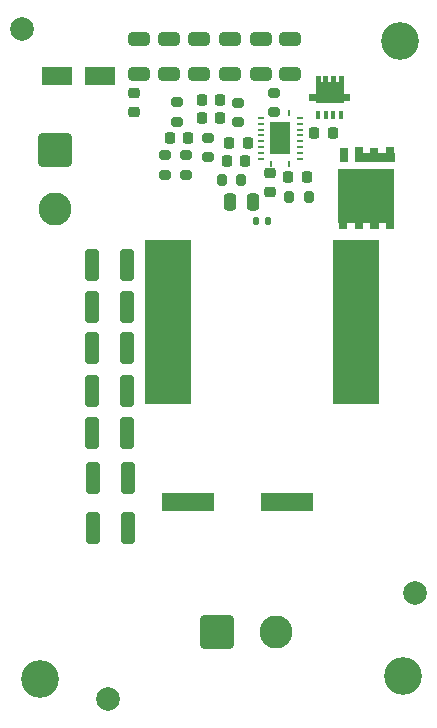
<source format=gbr>
%TF.GenerationSoftware,KiCad,Pcbnew,9.0.6*%
%TF.CreationDate,2026-02-08T18:04:32+01:00*%
%TF.ProjectId,Buck,4275636b-2e6b-4696-9361-645f70636258,B*%
%TF.SameCoordinates,Original*%
%TF.FileFunction,Soldermask,Top*%
%TF.FilePolarity,Negative*%
%FSLAX46Y46*%
G04 Gerber Fmt 4.6, Leading zero omitted, Abs format (unit mm)*
G04 Created by KiCad (PCBNEW 9.0.6) date 2026-02-08 18:04:32*
%MOMM*%
%LPD*%
G01*
G04 APERTURE LIST*
G04 Aperture macros list*
%AMRoundRect*
0 Rectangle with rounded corners*
0 $1 Rounding radius*
0 $2 $3 $4 $5 $6 $7 $8 $9 X,Y pos of 4 corners*
0 Add a 4 corners polygon primitive as box body*
4,1,4,$2,$3,$4,$5,$6,$7,$8,$9,$2,$3,0*
0 Add four circle primitives for the rounded corners*
1,1,$1+$1,$2,$3*
1,1,$1+$1,$4,$5*
1,1,$1+$1,$6,$7*
1,1,$1+$1,$8,$9*
0 Add four rect primitives between the rounded corners*
20,1,$1+$1,$2,$3,$4,$5,0*
20,1,$1+$1,$4,$5,$6,$7,0*
20,1,$1+$1,$6,$7,$8,$9,0*
20,1,$1+$1,$8,$9,$2,$3,0*%
%AMFreePoly0*
4,1,9,0.000001,0.700000,0.000001,0.000000,0.000000,-0.000001,-0.500000,-0.000001,-0.500001,0.000000,-0.500001,0.700000,-0.500000,0.700001,0.000000,0.700001,0.000001,0.700000,0.000001,0.700000,$1*%
%AMFreePoly1*
4,1,9,0.750001,3.365000,0.750001,0.000000,0.750000,-0.000001,0.000000,-0.000001,-0.000001,0.000000,-0.000001,3.365000,0.000000,3.365001,0.750000,3.365001,0.750001,3.365000,0.750001,3.365000,$1*%
%AMFreePoly2*
4,1,9,0.500001,0.000000,0.500001,-0.700000,0.500000,-0.700001,0.000000,-0.700001,-0.000001,-0.700000,-0.000001,0.000000,0.000000,0.000001,0.500000,0.000001,0.500001,0.000000,0.500001,0.000000,$1*%
%AMFreePoly3*
4,1,9,0.000001,0.000000,0.000001,-4.700000,0.000000,-4.700001,-4.534500,-4.700001,-4.534501,-4.700000,-4.534501,0.000000,-4.534500,0.000001,0.000000,0.000001,0.000001,0.000000,0.000001,0.000000,$1*%
G04 Aperture macros list end*
%ADD10C,0.000000*%
%ADD11RoundRect,0.250000X0.650000X-0.325000X0.650000X0.325000X-0.650000X0.325000X-0.650000X-0.325000X0*%
%ADD12RoundRect,0.250001X-1.149999X1.149999X-1.149999X-1.149999X1.149999X-1.149999X1.149999X1.149999X0*%
%ADD13C,2.800000*%
%ADD14C,3.200000*%
%ADD15RoundRect,0.225000X0.225000X0.250000X-0.225000X0.250000X-0.225000X-0.250000X0.225000X-0.250000X0*%
%ADD16C,2.000000*%
%ADD17RoundRect,0.200000X-0.200000X-0.275000X0.200000X-0.275000X0.200000X0.275000X-0.200000X0.275000X0*%
%ADD18RoundRect,0.250000X-0.250000X-0.475000X0.250000X-0.475000X0.250000X0.475000X-0.250000X0.475000X0*%
%ADD19RoundRect,0.225000X-0.225000X-0.250000X0.225000X-0.250000X0.225000X0.250000X-0.225000X0.250000X0*%
%ADD20RoundRect,0.250000X0.325000X1.100000X-0.325000X1.100000X-0.325000X-1.100000X0.325000X-1.100000X0*%
%ADD21RoundRect,0.250000X1.050000X0.550000X-1.050000X0.550000X-1.050000X-0.550000X1.050000X-0.550000X0*%
%ADD22RoundRect,0.225000X0.250000X-0.225000X0.250000X0.225000X-0.250000X0.225000X-0.250000X-0.225000X0*%
%ADD23RoundRect,0.200000X-0.275000X0.200000X-0.275000X-0.200000X0.275000X-0.200000X0.275000X0.200000X0*%
%ADD24R,4.000000X14.000000*%
%ADD25R,0.431800X0.660400*%
%ADD26R,0.300000X0.400000*%
%ADD27RoundRect,0.218750X-0.256250X0.218750X-0.256250X-0.218750X0.256250X-0.218750X0.256250X0.218750X0*%
%ADD28RoundRect,0.250001X-1.149999X-1.149999X1.149999X-1.149999X1.149999X1.149999X-1.149999X1.149999X0*%
%ADD29R,0.249999X0.599999*%
%ADD30R,0.599999X0.249999*%
%ADD31C,0.499999*%
%ADD32R,1.699999X2.700000*%
%ADD33FreePoly0,270.000000*%
%ADD34R,0.650000X1.250000*%
%ADD35FreePoly1,270.000000*%
%ADD36FreePoly2,270.000000*%
%ADD37FreePoly3,270.000000*%
%ADD38RoundRect,0.200000X0.200000X0.275000X-0.200000X0.275000X-0.200000X-0.275000X0.200000X-0.275000X0*%
%ADD39RoundRect,0.135000X-0.135000X-0.185000X0.135000X-0.185000X0.135000X0.185000X-0.135000X0.185000X0*%
%ADD40RoundRect,0.200000X0.275000X-0.200000X0.275000X0.200000X-0.275000X0.200000X-0.275000X-0.200000X0*%
%ADD41R,4.500000X1.650000*%
G04 APERTURE END LIST*
D10*
%TO.C,Q1*%
G36*
X164765901Y-101449800D02*
G01*
X164984100Y-101449800D01*
X164984100Y-100979800D01*
X165415900Y-100979800D01*
X165415900Y-101449800D01*
X165634102Y-101449800D01*
X165634102Y-100979800D01*
X166065902Y-100979800D01*
X166065902Y-101449800D01*
X166284100Y-101449800D01*
X166284100Y-100979800D01*
X166715900Y-100979800D01*
X166715905Y-102529500D01*
X167254905Y-102529500D01*
X167254905Y-103099500D01*
X166715905Y-103099500D01*
X166715905Y-103279500D01*
X164334097Y-103279500D01*
X164334097Y-103099500D01*
X163795097Y-103099500D01*
X163795097Y-102529500D01*
X164334097Y-102529500D01*
X164334102Y-100979800D01*
X164765901Y-100979800D01*
X164765901Y-101449800D01*
G37*
%TD*%
D11*
%TO.C,C7*%
X159700000Y-100775000D03*
X159700000Y-97825000D03*
%TD*%
D12*
%TO.C,J1*%
X142250000Y-107250000D03*
D13*
X142250000Y-112250000D03*
%TD*%
D14*
%TO.C,H3*%
X171500000Y-98000000D03*
%TD*%
D15*
%TO.C,C13*%
X158375000Y-108150000D03*
X156825000Y-108150000D03*
%TD*%
D16*
%TO.C,FID1*%
X139500000Y-97000000D03*
%TD*%
D11*
%TO.C,C3*%
X151900000Y-100775000D03*
X151900000Y-97825000D03*
%TD*%
D14*
%TO.C,H2*%
X141000000Y-152000000D03*
%TD*%
D17*
%TO.C,R6*%
X162100000Y-111200000D03*
X163750000Y-111200000D03*
%TD*%
D16*
%TO.C,FID3*%
X172750000Y-144750000D03*
%TD*%
D18*
%TO.C,C5*%
X157100000Y-111600000D03*
X159000000Y-111600000D03*
%TD*%
D19*
%TO.C,C11*%
X162025000Y-109500000D03*
X163575000Y-109500000D03*
%TD*%
D20*
%TO.C,C23*%
X148450000Y-135000000D03*
X145500000Y-135000000D03*
%TD*%
D19*
%TO.C,C12*%
X164225000Y-105750000D03*
X165775000Y-105750000D03*
%TD*%
D21*
%TO.C,C1*%
X146050000Y-101000000D03*
X142450000Y-101000000D03*
%TD*%
D22*
%TO.C,C10*%
X149000000Y-103975000D03*
X149000000Y-102425000D03*
%TD*%
D23*
%TO.C,R8*%
X151600000Y-107675000D03*
X151600000Y-109325000D03*
%TD*%
D20*
%TO.C,C18*%
X148375000Y-124000000D03*
X145425000Y-124000000D03*
%TD*%
D19*
%TO.C,R20*%
X154725000Y-104500000D03*
X156275000Y-104500000D03*
%TD*%
D24*
%TO.C,L1*%
X167800000Y-121800000D03*
X151800000Y-121800000D03*
%TD*%
D25*
%TO.C,Q1*%
X164550002Y-104250000D03*
X165200000Y-104250000D03*
X165850002Y-104250000D03*
X166500000Y-104250000D03*
D26*
X166500000Y-101180000D03*
X165850002Y-101180000D03*
X165200000Y-101180000D03*
X164550002Y-101180000D03*
%TD*%
D27*
%TO.C,D1*%
X160500000Y-109212500D03*
X160500000Y-110787500D03*
%TD*%
D23*
%TO.C,R4*%
X152600000Y-103175000D03*
X152600000Y-104825000D03*
%TD*%
D11*
%TO.C,C2*%
X149400000Y-100775000D03*
X149400000Y-97825000D03*
%TD*%
D28*
%TO.C,J2*%
X156000000Y-148000000D03*
D13*
X161000000Y-148000000D03*
%TD*%
D29*
%TO.C,U1*%
X160600000Y-104099999D03*
D30*
X159700002Y-104500001D03*
X159700002Y-105000000D03*
X159700002Y-105500002D03*
X159700002Y-106000000D03*
X159700002Y-106500002D03*
X159700002Y-107000001D03*
X159700002Y-107500000D03*
X159700002Y-107999999D03*
D29*
X160600000Y-108400001D03*
X162100002Y-108400001D03*
D31*
X160750002Y-106250000D03*
X161350001Y-105150000D03*
X161350001Y-107350000D03*
X161950000Y-106250000D03*
D30*
X163000000Y-107999999D03*
X163000000Y-107500000D03*
X163000000Y-106999998D03*
X163000000Y-106500000D03*
X163000000Y-105999998D03*
X163000000Y-105499999D03*
X163000000Y-105000000D03*
X163000000Y-104499998D03*
D29*
X162100002Y-104099999D03*
D32*
X161350001Y-106250000D03*
%TD*%
D33*
%TO.C,Q2*%
X170310400Y-107500000D03*
D34*
X170667000Y-107625000D03*
X169295800Y-107625000D03*
D33*
X167645400Y-107500000D03*
D35*
X167645400Y-107500000D03*
D34*
X168000000Y-107625000D03*
X166755800Y-107625000D03*
X166653800Y-113325000D03*
D36*
X167010400Y-113450000D03*
D34*
X168000000Y-113325000D03*
D36*
X168345400Y-113450000D03*
D34*
X169320800Y-113325000D03*
D36*
X169675400Y-113450000D03*
D34*
X170667000Y-113325000D03*
D36*
X171010400Y-113450000D03*
D37*
X171010400Y-113450000D03*
%TD*%
D38*
%TO.C,R5*%
X158025000Y-109750000D03*
X156375000Y-109750000D03*
%TD*%
D39*
%TO.C,R1*%
X159290000Y-113200000D03*
X160310000Y-113200000D03*
%TD*%
D11*
%TO.C,C9*%
X162200000Y-100775000D03*
X162200000Y-97825000D03*
%TD*%
D20*
%TO.C,C19*%
X148350000Y-131200000D03*
X145400000Y-131200000D03*
%TD*%
D23*
%TO.C,R9*%
X153350000Y-107675000D03*
X153350000Y-109325000D03*
%TD*%
D14*
%TO.C,H1*%
X171750000Y-151750000D03*
%TD*%
D20*
%TO.C,C22*%
X148450000Y-139250000D03*
X145500000Y-139250000D03*
%TD*%
D15*
%TO.C,C17*%
X153575000Y-106225000D03*
X152025000Y-106225000D03*
%TD*%
D20*
%TO.C,C16*%
X148375000Y-120500000D03*
X145425000Y-120500000D03*
%TD*%
D19*
%TO.C,C8*%
X154725000Y-103000000D03*
X156275000Y-103000000D03*
%TD*%
D40*
%TO.C,R7*%
X155200000Y-107825000D03*
X155200000Y-106175000D03*
%TD*%
D16*
%TO.C,FID2*%
X146750000Y-153700000D03*
%TD*%
D20*
%TO.C,C20*%
X148350000Y-127600000D03*
X145400000Y-127600000D03*
%TD*%
D11*
%TO.C,C4*%
X154500000Y-100775000D03*
X154500000Y-97825000D03*
%TD*%
D40*
%TO.C,R3*%
X160800000Y-104025000D03*
X160800000Y-102375000D03*
%TD*%
D11*
%TO.C,C6*%
X157100000Y-100775000D03*
X157100000Y-97825000D03*
%TD*%
D41*
%TO.C,C21*%
X153500000Y-137000000D03*
X161900000Y-137000000D03*
%TD*%
D15*
%TO.C,C14*%
X158575000Y-106600000D03*
X157025000Y-106600000D03*
%TD*%
D20*
%TO.C,C15*%
X148375000Y-117000000D03*
X145425000Y-117000000D03*
%TD*%
D40*
%TO.C,R2*%
X157800000Y-104900000D03*
X157800000Y-103250000D03*
%TD*%
M02*

</source>
